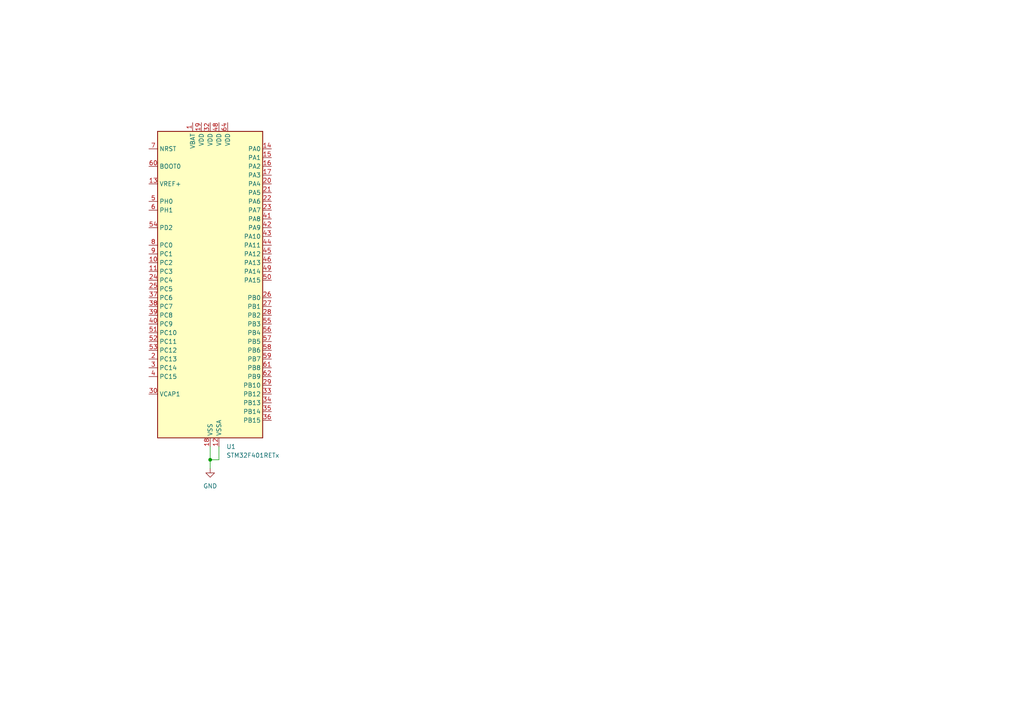
<source format=kicad_sch>
(kicad_sch (version 20250114) (generator "eeschema") (generator_version "9.0")
  (paper "A4")
  (lib_symbols
    (symbol "MCU_ST_STM32F4:STM32F401RETx"
      (property "Reference" "U" (at -15.24 46.99 0))
      (property "Value" "STM32F401RETx" (at 7.62 46.99 0))
      (symbol "STM32F401RETx_0_1"
        (rectangle (start -15.24 -43.18) (end 15.24 45.72) (stroke (width 0.254)) (fill (type background)))
      )
      (symbol "STM32F401RETx_1_1"
        (pin input line (at -17.78 40.64 0) (length 2.54) (name "NRST") (number "7"))
        (pin input line (at -17.78 35.56 0) (length 2.54) (name "BOOT0") (number "60"))
        (pin input line (at -17.78 30.48 0) (length 2.54) (name "VREF+") (number "13"))
        (pin bidirectional line (at -17.78 25.4 0) (length 2.54) (name "PH0") (number "5"))
        (pin bidirectional line (at -17.78 22.86 0) (length 2.54) (name "PH1") (number "6"))
        (pin bidirectional line (at -17.78 17.78 0) (length 2.54) (name "PD2") (number "54"))
        (pin bidirectional line (at -17.78 12.7 0) (length 2.54) (name "PC0") (number "8"))
        (pin bidirectional line (at -17.78 10.16 0) (length 2.54) (name "PC1") (number "9"))
        (pin bidirectional line (at -17.78 7.62 0) (length 2.54) (name "PC2") (number "10"))
        (pin bidirectional line (at -17.78 5.08 0) (length 2.54) (name "PC3") (number "11"))
        (pin bidirectional line (at -17.78 2.54 0) (length 2.54) (name "PC4") (number "24"))
        (pin bidirectional line (at -17.78 0 0) (length 2.54) (name "PC5") (number "25"))
        (pin bidirectional line (at -17.78 -2.54 0) (length 2.54) (name "PC6") (number "37"))
        (pin bidirectional line (at -17.78 -5.08 0) (length 2.54) (name "PC7") (number "38"))
        (pin bidirectional line (at -17.78 -7.62 0) (length 2.54) (name "PC8") (number "39"))
        (pin bidirectional line (at -17.78 -10.16 0) (length 2.54) (name "PC9") (number "40"))
        (pin bidirectional line (at -17.78 -12.7 0) (length 2.54) (name "PC10") (number "51"))
        (pin bidirectional line (at -17.78 -15.24 0) (length 2.54) (name "PC11") (number "52"))
        (pin bidirectional line (at -17.78 -17.78 0) (length 2.54) (name "PC12") (number "53"))
        (pin bidirectional line (at -17.78 -20.32 0) (length 2.54) (name "PC13") (number "2"))
        (pin bidirectional line (at -17.78 -22.86 0) (length 2.54) (name "PC14") (number "3"))
        (pin bidirectional line (at -17.78 -25.4 0) (length 2.54) (name "PC15") (number "4"))
        (pin power_out line (at -17.78 -30.48 0) (length 2.54) (name "VCAP1") (number "30"))
        (pin power_in line (at -5.08 48.26 270) (length 2.54) (name "VBAT") (number "1"))
        (pin power_in line (at -2.54 48.26 270) (length 2.54) (name "VDD") (number "19"))
        (pin power_in line (at 0 48.26 270) (length 2.54) (name "VDD") (number "32"))
        (pin power_in line (at 0 -45.72 90) (length 2.54) (name "VSS") (number "18"))
        (pin passive line (at 0 -45.72 90) (length 2.54) (hide yes) (name "VSS") (number "31"))
        (pin passive line (at 0 -45.72 90) (length 2.54) (hide yes) (name "VSS") (number "47"))
        (pin passive line (at 0 -45.72 90) (length 2.54) (hide yes) (name "VSS") (number "63"))
        (pin power_in line (at 2.54 48.26 270) (length 2.54) (name "VDD") (number "48"))
        (pin power_in line (at 2.54 -45.72 90) (length 2.54) (name "VSSA") (number "12"))
        (pin power_in line (at 5.08 48.26 270) (length 2.54) (name "VDD") (number "64"))
        (pin bidirectional line (at 17.78 40.64 180) (length 2.54) (name "PA0") (number "14"))
        (pin bidirectional line (at 17.78 38.1 180) (length 2.54) (name "PA1") (number "15"))
        (pin bidirectional line (at 17.78 35.56 180) (length 2.54) (name "PA2") (number "16"))
        (pin bidirectional line (at 17.78 33.02 180) (length 2.54) (name "PA3") (number "17"))
        (pin bidirectional line (at 17.78 30.48 180) (length 2.54) (name "PA4") (number "20"))
        (pin bidirectional line (at 17.78 27.94 180) (length 2.54) (name "PA5") (number "21"))
        (pin bidirectional line (at 17.78 25.4 180) (length 2.54) (name "PA6") (number "22"))
        (pin bidirectional line (at 17.78 22.86 180) (length 2.54) (name "PA7") (number "23"))
        (pin bidirectional line (at 17.78 20.32 180) (length 2.54) (name "PA8") (number "41"))
        (pin bidirectional line (at 17.78 17.78 180) (length 2.54) (name "PA9") (number "42"))
        (pin bidirectional line (at 17.78 15.24 180) (length 2.54) (name "PA10") (number "43"))
        (pin bidirectional line (at 17.78 12.7 180) (length 2.54) (name "PA11") (number "44"))
        (pin bidirectional line (at 17.78 10.16 180) (length 2.54) (name "PA12") (number "45"))
        (pin bidirectional line (at 17.78 7.62 180) (length 2.54) (name "PA13") (number "46"))
        (pin bidirectional line (at 17.78 5.08 180) (length 2.54) (name "PA14") (number "49"))
        (pin bidirectional line (at 17.78 2.54 180) (length 2.54) (name "PA15") (number "50"))
        (pin bidirectional line (at 17.78 -2.54 180) (length 2.54) (name "PB0") (number "26"))
        (pin bidirectional line (at 17.78 -5.08 180) (length 2.54) (name "PB1") (number "27"))
        (pin bidirectional line (at 17.78 -7.62 180) (length 2.54) (name "PB2") (number "28"))
        (pin bidirectional line (at 17.78 -10.16 180) (length 2.54) (name "PB3") (number "55"))
        (pin bidirectional line (at 17.78 -12.7 180) (length 2.54) (name "PB4") (number "56"))
        (pin bidirectional line (at 17.78 -15.24 180) (length 2.54) (name "PB5") (number "57"))
        (pin bidirectional line (at 17.78 -17.78 180) (length 2.54) (name "PB6") (number "58"))
        (pin bidirectional line (at 17.78 -20.32 180) (length 2.54) (name "PB7") (number "59"))
        (pin bidirectional line (at 17.78 -22.86 180) (length 2.54) (name "PB8") (number "61"))
        (pin bidirectional line (at 17.78 -25.4 180) (length 2.54) (name "PB9") (number "62"))
        (pin bidirectional line (at 17.78 -27.94 180) (length 2.54) (name "PB10") (number "29"))
        (pin bidirectional line (at 17.78 -30.48 180) (length 2.54) (name "PB12") (number "33"))
        (pin bidirectional line (at 17.78 -33.02 180) (length 2.54) (name "PB13") (number "34"))
        (pin bidirectional line (at 17.78 -35.56 180) (length 2.54) (name "PB14") (number "35"))
        (pin bidirectional line (at 17.78 -38.1 180) (length 2.54) (name "PB15") (number "36"))
      )
    )
    (symbol "power:GND" (power) (pin_numbers (hide yes)) (pin_names (offset 0) (hide yes))
      (property "Value" "GND" (at 0 -3.81 0))
      (symbol "GND_0_1"
        (polyline (pts (xy 0 0) (xy 0 -1.27) (xy 1.27 -1.27) (xy 0 -2.54) (xy -1.27 -1.27) (xy 0 -1.27)))
      )
      (symbol "GND_1_1"
        (pin power_in line (at 0 0 270) (length 0) (name "~") (number "1"))
      )
    )
  )
  (junction (at 60.96 133.35))
  (wire (pts (xy 63.5 129.54) (xy 63.5 133.35)))
  (wire (pts (xy 60.96 133.35) (xy 60.96 135.89)))
  (wire (pts (xy 63.5 133.35) (xy 60.96 133.35)))
  (wire (pts (xy 60.96 129.54) (xy 60.96 133.35)))
  (symbol (lib_id "power:GND") (at 60.96 135.89 0) (unit 1)
    (property "Reference" "#PWR01" (effects (hide yes)))
    (property "Value" "GND" (at 60.96 140.97 0))
    (property "Description" "Power symbol creates a global label with name \"GND\" , ground" (effects (hide yes)))
  )
  (symbol (lib_id "MCU_ST_STM32F4:STM32F401RETx") (at 60.96 83.82 0) (unit 1)
    (property "Reference" "U1" (at 65.6433 129.54 0) (effects (justify left)))
    (property "Value" "STM32F401RETx" (at 65.6433 132.08 0) (effects (justify left)))
    (property "Footprint" "Package_QFP:LQFP-64_10x10mm_P0.5mm" (effects (hide yes)))
    (property "Datasheet" "https://www.st.com/resource/en/datasheet/stm32f401re.pdf" (effects (hide yes)))
    (property "Description" "STMicroelectronics Arm Cortex-M4 MCU, 512KB flash, 96KB RAM, 84 MHz, 1.7-3.6V, 50 GPIO, LQFP64" (effects (hide yes)))
  )
)
</source>
